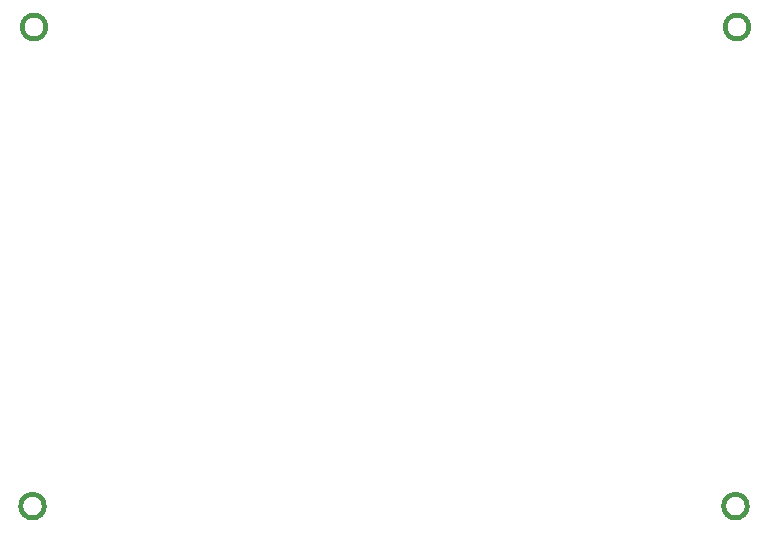
<source format=gto>
G04 #@! TF.GenerationSoftware,KiCad,Pcbnew,(5.1.4-0-10_14)*
G04 #@! TF.CreationDate,2019-11-24T20:31:42+09:00*
G04 #@! TF.ProjectId,palette1202-OB-back,70616c65-7474-4653-9132-30322d4f422d,rev?*
G04 #@! TF.SameCoordinates,Original*
G04 #@! TF.FileFunction,Legend,Top*
G04 #@! TF.FilePolarity,Positive*
%FSLAX46Y46*%
G04 Gerber Fmt 4.6, Leading zero omitted, Abs format (unit mm)*
G04 Created by KiCad (PCBNEW (5.1.4-0-10_14)) date 2019-11-24 20:31:42*
%MOMM*%
%LPD*%
G04 APERTURE LIST*
%ADD10C,0.400000*%
G04 APERTURE END LIST*
D10*
X104723400Y-111770200D02*
G75*
G03X104723400Y-111770200I-1000000J0D01*
G01*
X164242000Y-111770200D02*
G75*
G03X164242000Y-111770200I-1000000J0D01*
G01*
X164369000Y-71205600D02*
G75*
G03X164369000Y-71205600I-1000000J0D01*
G01*
X104850400Y-71205600D02*
G75*
G03X104850400Y-71205600I-1000000J0D01*
G01*
M02*

</source>
